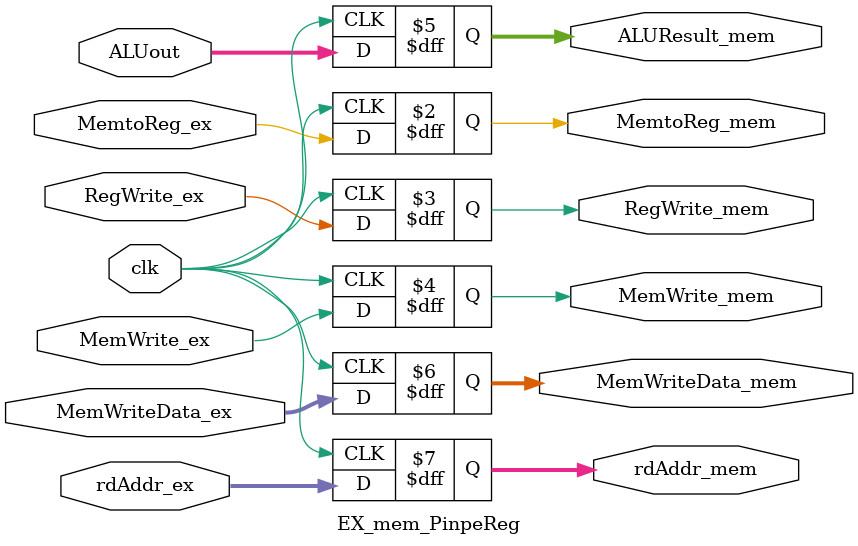
<source format=v>
module EX_mem_PinpeReg(
    input clk,
    input MemtoReg_ex, RegWrite_ex, MemWrite_ex,
    input [31:0] ALUout, MemWriteData_ex,
    input [4:0] rdAddr_ex,
    output reg MemtoReg_mem, RegWrite_mem, MemWrite_mem,
    output reg [31:0] ALUResult_mem, MemWriteData_mem,
    output reg [4:0] rdAddr_mem);
    
always @(posedge clk) begin
    {MemtoReg_mem, RegWrite_mem, MemWrite_mem} <= {MemtoReg_ex, RegWrite_ex, MemWrite_ex};
    {ALUResult_mem, MemWriteData_mem} <= {ALUout, MemWriteData_ex};
    rdAddr_mem <= rdAddr_ex;
end
endmodule
</source>
